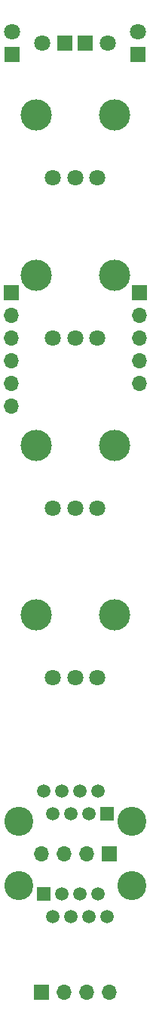
<source format=gbr>
%TF.GenerationSoftware,KiCad,Pcbnew,(6.0.11)*%
%TF.CreationDate,2023-03-29T15:08:17+01:00*%
%TF.ProjectId,QuadEnv_Controls,51756164-456e-4765-9f43-6f6e74726f6c,rev?*%
%TF.SameCoordinates,Original*%
%TF.FileFunction,Soldermask,Top*%
%TF.FilePolarity,Negative*%
%FSLAX46Y46*%
G04 Gerber Fmt 4.6, Leading zero omitted, Abs format (unit mm)*
G04 Created by KiCad (PCBNEW (6.0.11)) date 2023-03-29 15:08:17*
%MOMM*%
%LPD*%
G01*
G04 APERTURE LIST*
%ADD10R,1.700000X1.700000*%
%ADD11O,1.700000X1.700000*%
%ADD12R,1.800000X1.800000*%
%ADD13C,1.800000*%
%ADD14C,3.500000*%
%ADD15C,3.250000*%
%ADD16C,1.500000*%
%ADD17R,1.500000X1.500000*%
G04 APERTURE END LIST*
D10*
%TO.C,J1*%
X52200000Y-74400000D03*
D11*
X52200000Y-76940000D03*
X52200000Y-79480000D03*
X52200000Y-82020000D03*
X52200000Y-84560000D03*
X52200000Y-87100000D03*
%TD*%
D10*
%TO.C,J3*%
X63200000Y-137200000D03*
D11*
X60660000Y-137200000D03*
X58120000Y-137200000D03*
X55580000Y-137200000D03*
%TD*%
D10*
%TO.C,J4*%
X55600000Y-152700000D03*
D11*
X58140000Y-152700000D03*
X60680000Y-152700000D03*
X63220000Y-152700000D03*
%TD*%
D10*
%TO.C,J2*%
X66600000Y-74400000D03*
D11*
X66600000Y-76940000D03*
X66600000Y-79480000D03*
X66600000Y-82020000D03*
X66600000Y-84560000D03*
%TD*%
D12*
%TO.C,D2*%
X60480000Y-46500000D03*
D13*
X63020000Y-46500000D03*
%TD*%
D12*
%TO.C,D1*%
X66400000Y-47770000D03*
D13*
X66400000Y-45230000D03*
%TD*%
D14*
%TO.C,RV4*%
X63800000Y-110500000D03*
X55000000Y-110500000D03*
D13*
X56900000Y-117500000D03*
X59400000Y-117500000D03*
X61900000Y-117500000D03*
%TD*%
D12*
%TO.C,D4*%
X52300000Y-47770000D03*
D13*
X52300000Y-45230000D03*
%TD*%
D14*
%TO.C,RV3*%
X55000000Y-91500000D03*
X63800000Y-91500000D03*
D13*
X56900000Y-98500000D03*
X59400000Y-98500000D03*
X61900000Y-98500000D03*
%TD*%
D15*
%TO.C,J6*%
X53050000Y-140800000D03*
X65750000Y-140800000D03*
D16*
X62960000Y-144230000D03*
X61930000Y-141690000D03*
X60930000Y-144230000D03*
X59910000Y-141690000D03*
X58900000Y-144230000D03*
X57880000Y-141690000D03*
X56870000Y-144230000D03*
D17*
X55850000Y-141690000D03*
%TD*%
D14*
%TO.C,RV2*%
X55000000Y-72500000D03*
X63800000Y-72500000D03*
D13*
X56900000Y-79500000D03*
X59400000Y-79500000D03*
X61900000Y-79500000D03*
%TD*%
D12*
%TO.C,D3*%
X58270000Y-46500000D03*
D13*
X55730000Y-46500000D03*
%TD*%
D14*
%TO.C,RV1*%
X63800000Y-54500000D03*
X55000000Y-54500000D03*
D13*
X56900000Y-61500000D03*
X59400000Y-61500000D03*
X61900000Y-61500000D03*
%TD*%
D15*
%TO.C,J5*%
X65750000Y-133600000D03*
X53050000Y-133600000D03*
D16*
X55840000Y-130170000D03*
X56870000Y-132710000D03*
X57870000Y-130170000D03*
X58890000Y-132710000D03*
X59900000Y-130170000D03*
X60920000Y-132710000D03*
X61930000Y-130170000D03*
D17*
X62950000Y-132710000D03*
%TD*%
M02*

</source>
